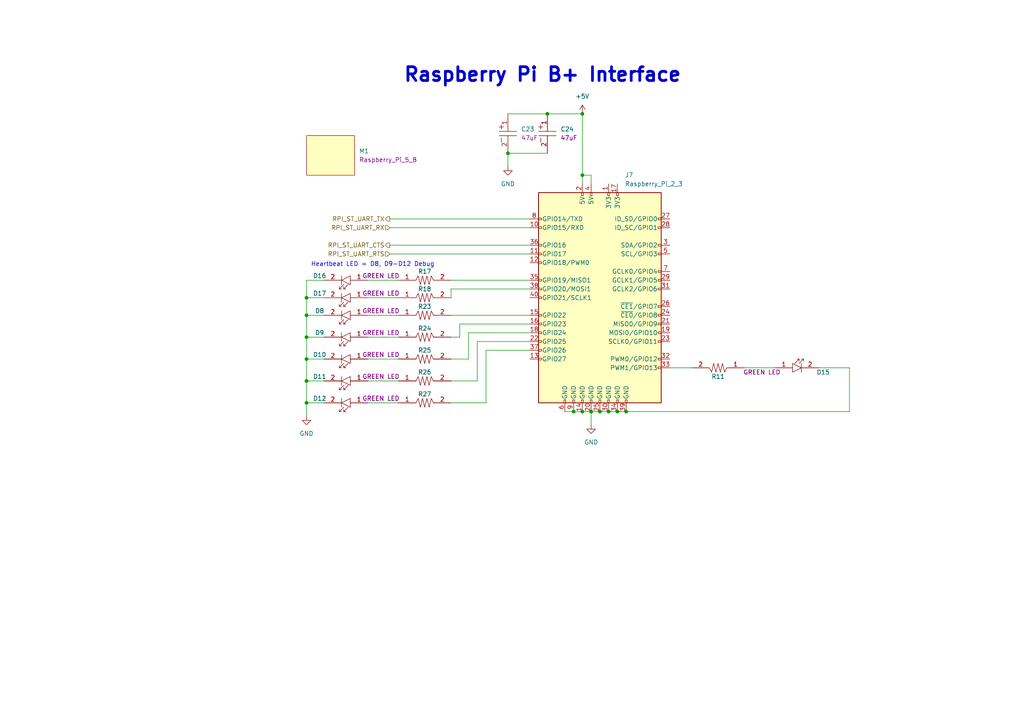
<source format=kicad_sch>
(kicad_sch (version 20231120) (generator "eeschema") (generator_version "8.0")
  (paper "A4")
  (lib_symbols
    (symbol "AVR-KiCAD-Lib-Capacitors:UCM1C470MCL1GS" (pin_names (offset 1.016))
      (property "Reference" "C" (at -2.54 2.54 0))
      (property "_Value_" "47uF" (at 58.42 63.5 0))
      (symbol "UCM1C470MCL1GS_0_1"
        (polyline (pts (xy -1.27 -1.27) (xy -1.27 -2.54)))
        (polyline (pts (xy -0.635 -1.905) (xy -1.905 -1.905)))
        (polyline (pts (xy 1.905 -1.905) (xy 3.175 -1.905)))
      )
      (symbol "UCM1C470MCL1GS_1_1"
        (polyline (pts (xy 0 2.54) (xy 0 -2.54)))
        (polyline (pts (xy 1.27 2.54) (xy 1.27 -2.54)))
        (pin input line (at -5.08 0 0) (length 5.08) (name "~") (number "1"))
        (pin input line (at 6.35 0 180) (length 5.08) (name "~") (number "2"))
      )
    )
    (symbol "AVR-KiCAD-Lib-Diodes:LTST-C194KGKT" (pin_names (offset 1.016))
      (property "Reference" "D" (at -2.54 2.54 0))
      (property "_Value_" "GREEN LED" (at 58.42 63.5 0))
      (symbol "LTST-C194KGKT_0_1"
        (polyline (pts (xy -0.635 1.27) (xy 0.635 2.54)))
        (polyline (pts (xy 0.635 2.54) (xy 0 2.54)))
        (polyline (pts (xy 0.635 2.54) (xy 0.635 1.905)))
        (polyline (pts (xy 1.27 -1.27) (xy 1.27 1.27)))
        (polyline (pts (xy 1.905 2.54) (xy 1.905 1.905)))
        (polyline (pts (xy 0.635 1.27) (xy 1.905 2.54) (xy 1.27 2.54)))
        (polyline (pts (xy -1.27 1.27) (xy -1.27 -1.27) (xy 1.27 0) (xy -1.27 1.27)))
      )
      (symbol "LTST-C194KGKT_1_1"
        (pin passive line (at -6.35 0 0) (length 5.08) (name "~") (number "1"))
        (pin passive line (at 6.35 0 180) (length 5.08) (name "~") (number "2"))
      )
    )
    (symbol "AVR-KiCAD-Lib-Modules:Raspberry_Pi_5_B" (pin_names (offset 1.016))
      (property "Reference" "M" (at -2.54 2.54 0))
      (property "_Value_" "Raspberry_Pi_5_B" (at 58.42 63.5 0))
      (symbol "Raspberry_Pi_5_B_1_1"
        (rectangle (start 0 0) (end 13.97 -11.43) (fill (type background)))
      )
    )
    (symbol "AVR-KiCAD-Lib-Resistors:RC0603FR-07470RL" (pin_names (offset 1.016))
      (property "Reference" "R" (at -2.54 2.54 0))
      (property "Value" "RC0603FR-07470RL" (at 1.27 5.08 0))
      (symbol "RC0603FR-07470RL_1_1"
        (polyline (pts (xy -2.54 0) (xy -1.905 1.27) (xy -1.27 -1.27) (xy -0.635 1.27) (xy 0 -1.27) (xy 0.635 1.27) (xy 1.27 -1.27) (xy 1.905 1.27) (xy 2.54 0)))
        (pin passive line (at -7.62 0 0) (length 5.08) (name "~") (number "1"))
        (pin passive line (at 7.62 0 180) (length 5.08) (name "~") (number "2"))
      )
    )
    (symbol "Connector:Raspberry_Pi_2_3" (pin_names (offset 1.016))
      (property "Reference" "J" (at -17.78 31.75 0))
      (property "Value" "Raspberry_Pi_2_3" (at 10.16 -31.75 0))
      (symbol "Raspberry_Pi_2_3_0_1"
        (rectangle (start -17.78 30.48) (end 17.78 -30.48) (stroke (width 0.254)) (fill (type background)))
      )
      (symbol "Raspberry_Pi_2_3_1_1"
        (rectangle (start -16.891 -17.526) (end -17.78 -18.034))
        (rectangle (start -16.891 -14.986) (end -17.78 -15.494))
        (rectangle (start -16.891 -12.446) (end -17.78 -12.954))
        (rectangle (start -16.891 -9.906) (end -17.78 -10.414))
        (rectangle (start -16.891 -7.366) (end -17.78 -7.874))
        (rectangle (start -16.891 -4.826) (end -17.78 -5.334))
        (rectangle (start -16.891 0.254) (end -17.78 -0.254))
        (rectangle (start -16.891 2.794) (end -17.78 2.286))
        (rectangle (start -16.891 5.334) (end -17.78 4.826))
        (rectangle (start -16.891 10.414) (end -17.78 9.906))
        (rectangle (start -16.891 12.954) (end -17.78 12.446))
        (rectangle (start -16.891 15.494) (end -17.78 14.986))
        (rectangle (start -16.891 20.574) (end -17.78 20.066))
        (rectangle (start -16.891 23.114) (end -17.78 22.606))
        (rectangle (start -10.414 -29.591) (end -9.906 -30.48))
        (rectangle (start -7.874 -29.591) (end -7.366 -30.48))
        (rectangle (start -5.334 -29.591) (end -4.826 -30.48))
        (rectangle (start -5.334 30.48) (end -4.826 29.591))
        (rectangle (start -2.794 -29.591) (end -2.286 -30.48))
        (rectangle (start -2.794 30.48) (end -2.286 29.591))
        (rectangle (start -0.254 -29.591) (end 0.254 -30.48))
        (rectangle (start 2.286 -29.591) (end 2.794 -30.48))
        (rectangle (start 2.286 30.48) (end 2.794 29.591))
        (rectangle (start 4.826 -29.591) (end 5.334 -30.48))
        (rectangle (start 4.826 30.48) (end 5.334 29.591))
        (rectangle (start 7.366 -29.591) (end 7.874 -30.48))
        (rectangle (start 17.78 -20.066) (end 16.891 -20.574))
        (rectangle (start 17.78 -17.526) (end 16.891 -18.034))
        (rectangle (start 17.78 -12.446) (end 16.891 -12.954))
        (rectangle (start 17.78 -9.906) (end 16.891 -10.414))
        (rectangle (start 17.78 -7.366) (end 16.891 -7.874))
        (rectangle (start 17.78 -4.826) (end 16.891 -5.334))
        (rectangle (start 17.78 -2.286) (end 16.891 -2.794))
        (rectangle (start 17.78 2.794) (end 16.891 2.286))
        (rectangle (start 17.78 5.334) (end 16.891 4.826))
        (rectangle (start 17.78 7.874) (end 16.891 7.366))
        (rectangle (start 17.78 12.954) (end 16.891 12.446))
        (rectangle (start 17.78 15.494) (end 16.891 14.986))
        (rectangle (start 17.78 20.574) (end 16.891 20.066))
        (rectangle (start 17.78 23.114) (end 16.891 22.606))
        (pin power_in line (at 2.54 33.02 270) (length 2.54) (name "3V3") (number "1"))
        (pin bidirectional line (at -20.32 20.32 0) (length 2.54) (name "GPIO15/RXD") (number "10"))
        (pin bidirectional line (at -20.32 12.7 0) (length 2.54) (name "GPIO17") (number "11"))
        (pin bidirectional line (at -20.32 10.16 0) (length 2.54) (name "GPIO18/PWM0") (number "12"))
        (pin bidirectional line (at -20.32 -17.78 0) (length 2.54) (name "GPIO27") (number "13"))
        (pin power_in line (at -5.08 -33.02 90) (length 2.54) (name "GND") (number "14"))
        (pin bidirectional line (at -20.32 -5.08 0) (length 2.54) (name "GPIO22") (number "15"))
        (pin bidirectional line (at -20.32 -7.62 0) (length 2.54) (name "GPIO23") (number "16"))
        (pin power_in line (at 5.08 33.02 270) (length 2.54) (name "3V3") (number "17"))
        (pin bidirectional line (at -20.32 -10.16 0) (length 2.54) (name "GPIO24") (number "18"))
        (pin bidirectional line (at 20.32 -10.16 180) (length 2.54) (name "MOSI0/GPIO10") (number "19"))
        (pin power_in line (at -5.08 33.02 270) (length 2.54) (name "5V") (number "2"))
        (pin power_in line (at -2.54 -33.02 90) (length 2.54) (name "GND") (number "20"))
        (pin bidirectional line (at 20.32 -7.62 180) (length 2.54) (name "MISO0/GPIO9") (number "21"))
        (pin bidirectional line (at -20.32 -12.7 0) (length 2.54) (name "GPIO25") (number "22"))
        (pin bidirectional line (at 20.32 -12.7 180) (length 2.54) (name "SCLK0/GPIO11") (number "23"))
        (pin bidirectional line (at 20.32 -5.08 180) (length 2.54) (name "~{CE0}/GPIO8") (number "24"))
        (pin power_in line (at 0 -33.02 90) (length 2.54) (name "GND") (number "25"))
        (pin bidirectional line (at 20.32 -2.54 180) (length 2.54) (name "~{CE1}/GPIO7") (number "26"))
        (pin bidirectional line (at 20.32 22.86 180) (length 2.54) (name "ID_SD/GPIO0") (number "27"))
        (pin bidirectional line (at 20.32 20.32 180) (length 2.54) (name "ID_SC/GPIO1") (number "28"))
        (pin bidirectional line (at 20.32 5.08 180) (length 2.54) (name "GCLK1/GPIO5") (number "29"))
        (pin bidirectional line (at 20.32 15.24 180) (length 2.54) (name "SDA/GPIO2") (number "3"))
        (pin power_in line (at 2.54 -33.02 90) (length 2.54) (name "GND") (number "30"))
        (pin bidirectional line (at 20.32 2.54 180) (length 2.54) (name "GCLK2/GPIO6") (number "31"))
        (pin bidirectional line (at 20.32 -17.78 180) (length 2.54) (name "PWM0/GPIO12") (number "32"))
        (pin bidirectional line (at 20.32 -20.32 180) (length 2.54) (name "PWM1/GPIO13") (number "33"))
        (pin power_in line (at 5.08 -33.02 90) (length 2.54) (name "GND") (number "34"))
        (pin bidirectional line (at -20.32 5.08 0) (length 2.54) (name "GPIO19/MISO1") (number "35"))
        (pin bidirectional line (at -20.32 15.24 0) (length 2.54) (name "GPIO16") (number "36"))
        (pin bidirectional line (at -20.32 -15.24 0) (length 2.54) (name "GPIO26") (number "37"))
        (pin bidirectional line (at -20.32 2.54 0) (length 2.54) (name "GPIO20/MOSI1") (number "38"))
        (pin power_in line (at 7.62 -33.02 90) (length 2.54) (name "GND") (number "39"))
        (pin power_in line (at -2.54 33.02 270) (length 2.54) (name "5V") (number "4"))
        (pin bidirectional line (at -20.32 0 0) (length 2.54) (name "GPIO21/SCLK1") (number "40"))
        (pin bidirectional line (at 20.32 12.7 180) (length 2.54) (name "SCL/GPIO3") (number "5"))
        (pin power_in line (at -10.16 -33.02 90) (length 2.54) (name "GND") (number "6"))
        (pin bidirectional line (at 20.32 7.62 180) (length 2.54) (name "GCLK0/GPIO4") (number "7"))
        (pin bidirectional line (at -20.32 22.86 0) (length 2.54) (name "GPIO14/TXD") (number "8"))
        (pin power_in line (at -7.62 -33.02 90) (length 2.54) (name "GND") (number "9"))
      )
    )
    (symbol "power:+5V" (power) (pin_names (offset 0))
      (property "Value" "+5V" (at 0 3.556 0))
      (symbol "+5V_0_1"
        (polyline (pts (xy -0.762 1.27) (xy 0 2.54)))
        (polyline (pts (xy 0 0) (xy 0 2.54)))
        (polyline (pts (xy 0 2.54) (xy 0.762 1.27)))
      )
      (symbol "+5V_1_1"
        (pin power_in line (at 0 0 90) (length 0) hide (name "+5V") (number "1"))
      )
    )
    (symbol "power:GND" (power) (pin_names (offset 0))
      (property "Value" "GND" (at 0 -3.81 0))
      (symbol "GND_0_1"
        (polyline (pts (xy 0 0) (xy 0 -1.27) (xy 1.27 -1.27) (xy 0 -2.54) (xy -1.27 -1.27) (xy 0 -1.27)))
      )
      (symbol "GND_1_1"
        (pin power_in line (at 0 0 270) (length 0) hide (name "GND") (number "1"))
      )
    )
  )
  (junction (at 179.07 119.38))
  (junction (at 88.9 110.49))
  (junction (at 168.91 50.8))
  (junction (at 147.32 44.45))
  (junction (at 88.9 91.44))
  (junction (at 88.9 116.84))
  (junction (at 88.9 97.79))
  (junction (at 176.53 119.38))
  (junction (at 158.75 33.02))
  (junction (at 88.9 104.14))
  (junction (at 168.91 33.02))
  (junction (at 168.91 119.38))
  (junction (at 171.45 119.38))
  (junction (at 173.99 119.38))
  (junction (at 166.37 119.38))
  (junction (at 181.61 119.38))
  (junction (at 88.9 86.36))
  (wire (pts (xy 237.49 106.68) (xy 246.38 106.68)))
  (wire (pts (xy 168.91 50.8) (xy 171.45 50.8)))
  (wire (pts (xy 113.03 71.12) (xy 153.67 71.12)))
  (wire (pts (xy 106.68 110.49) (xy 115.57 110.49)))
  (wire (pts (xy 88.9 86.36) (xy 88.9 91.44)))
  (wire (pts (xy 88.9 97.79) (xy 88.9 104.14)))
  (wire (pts (xy 215.9 106.68) (xy 224.79 106.68)))
  (wire (pts (xy 106.68 104.14) (xy 115.57 104.14)))
  (wire (pts (xy 194.31 106.68) (xy 200.66 106.68)))
  (wire (pts (xy 246.38 106.68) (xy 246.38 119.38)))
  (wire (pts (xy 130.81 81.28) (xy 153.67 81.28)))
  (wire (pts (xy 106.68 81.28) (xy 115.57 81.28)))
  (wire (pts (xy 140.97 101.6) (xy 153.67 101.6)))
  (wire (pts (xy 130.81 104.14) (xy 135.89 104.14)))
  (wire (pts (xy 106.68 116.84) (xy 115.57 116.84)))
  (wire (pts (xy 147.32 44.45) (xy 158.75 44.45)))
  (wire (pts (xy 147.32 33.02) (xy 158.75 33.02)))
  (wire (pts (xy 171.45 119.38) (xy 171.45 123.19)))
  (wire (pts (xy 106.68 91.44) (xy 115.57 91.44)))
  (wire (pts (xy 168.91 50.8) (xy 168.91 53.34)))
  (wire (pts (xy 140.97 116.84) (xy 140.97 101.6)))
  (wire (pts (xy 88.9 81.28) (xy 88.9 86.36)))
  (wire (pts (xy 138.43 110.49) (xy 138.43 99.06)))
  (wire (pts (xy 88.9 104.14) (xy 93.98 104.14)))
  (wire (pts (xy 88.9 116.84) (xy 93.98 116.84)))
  (wire (pts (xy 88.9 120.65) (xy 88.9 116.84)))
  (wire (pts (xy 153.67 93.98) (xy 133.35 93.98)))
  (wire (pts (xy 113.03 63.5) (xy 153.67 63.5)))
  (wire (pts (xy 163.83 119.38) (xy 166.37 119.38)))
  (wire (pts (xy 130.81 110.49) (xy 138.43 110.49)))
  (wire (pts (xy 113.03 66.04) (xy 153.67 66.04)))
  (wire (pts (xy 106.68 97.79) (xy 115.57 97.79)))
  (wire (pts (xy 135.89 104.14) (xy 135.89 96.52)))
  (wire (pts (xy 171.45 53.34) (xy 171.45 50.8)))
  (wire (pts (xy 113.03 73.66) (xy 153.67 73.66)))
  (wire (pts (xy 173.99 119.38) (xy 176.53 119.38)))
  (wire (pts (xy 88.9 104.14) (xy 88.9 110.49)))
  (wire (pts (xy 93.98 81.28) (xy 88.9 81.28)))
  (wire (pts (xy 88.9 91.44) (xy 88.9 97.79)))
  (wire (pts (xy 176.53 119.38) (xy 179.07 119.38)))
  (wire (pts (xy 130.81 91.44) (xy 153.67 91.44)))
  (wire (pts (xy 147.32 44.45) (xy 147.32 48.26)))
  (wire (pts (xy 135.89 96.52) (xy 153.67 96.52)))
  (wire (pts (xy 158.75 33.02) (xy 168.91 33.02)))
  (wire (pts (xy 93.98 91.44) (xy 88.9 91.44)))
  (wire (pts (xy 133.35 93.98) (xy 133.35 97.79)))
  (wire (pts (xy 246.38 119.38) (xy 181.61 119.38)))
  (wire (pts (xy 88.9 97.79) (xy 93.98 97.79)))
  (wire (pts (xy 168.91 33.02) (xy 168.91 50.8)))
  (wire (pts (xy 88.9 116.84) (xy 88.9 110.49)))
  (wire (pts (xy 168.91 119.38) (xy 171.45 119.38)))
  (wire (pts (xy 166.37 119.38) (xy 168.91 119.38)))
  (wire (pts (xy 130.81 116.84) (xy 140.97 116.84)))
  (wire (pts (xy 130.81 83.82) (xy 130.81 86.36)))
  (wire (pts (xy 133.35 97.79) (xy 130.81 97.79)))
  (wire (pts (xy 171.45 119.38) (xy 173.99 119.38)))
  (wire (pts (xy 93.98 86.36) (xy 88.9 86.36)))
  (wire (pts (xy 153.67 83.82) (xy 130.81 83.82)))
  (wire (pts (xy 106.68 86.36) (xy 115.57 86.36)))
  (wire (pts (xy 88.9 110.49) (xy 93.98 110.49)))
  (wire (pts (xy 179.07 119.38) (xy 181.61 119.38)))
  (wire (pts (xy 138.43 99.06) (xy 153.67 99.06)))
  (text "Raspberry Pi B+ Interface" (at 116.84 24.13 0) (effects (font (size 4 4) (thickness 0.8) (bold yes)) (justify left bottom)))
  (text "Heartbeat LED = D8, D9-D12 Debug" (at 90.17 77.47 0) (effects (font (size 1.27 1.27)) (justify left bottom)))
  (hierarchical_label "RPI_ST_UART_RX" (shape input) (at 113.03 66.04 180))
  (hierarchical_label "RPI_ST_UART_CTS" (shape output) (at 113.03 71.12 180))
  (hierarchical_label "RPI_ST_UART_RTS" (shape input) (at 113.03 73.66 180))
  (hierarchical_label "RPI_ST_UART_TX" (shape output) (at 113.03 63.5 180))
  (symbol (lib_id "AVR-KiCAD-Lib-Resistors:RC0603FR-07470RL") (at 123.19 116.84 0) (unit 1)
    (property "Reference" "R27" (at 123.19 114.3 0))
    (property "Value" "RC0603FR-07470RL" (effects (hide yes)))
    (property "Footprint" "AVR-KiCAD-Lib-Resistors:R0603" (effects (hide yes)))
    (property "Description" "RES SMD 470 OHM 1% 1/10W 0603" (effects (hide yes)))
    (property "Cost QTY: 1" "0.100" (effects (hide yes)))
    (property "Cost QTY: 1000" "0.00476" (effects (hide yes)))
    (property "Cost QTY: 2500" "0.00418" (effects (hide yes)))
    (property "Cost QTY: 5000" "*" (effects (hide yes)))
    (property "Cost QTY: 10000" "*" (effects (hide yes)))
    (property "MFR" "Yageo" (effects (hide yes)))
    (property "MFR#" "RC0603FR-07470RL" (effects (hide yes)))
    (property "Vendor" "Digikey" (effects (hide yes)))
    (property "Vendor #" "311-470HRCT-ND" (effects (hide yes)))
    (property "Designer" "AVR" (effects (hide yes)))
    (property "Height" "0.55mm" (effects (hide yes)))
    (property "Date Created" "4/23/2019" (effects (hide yes)))
    (property "Date Modified" "4/23/2019" (effects (hide yes)))
    (property "Lead-Free ?" "Yes" (effects (hide yes)))
    (property "RoHS Levels" "1" (effects (hide yes)))
    (property "Mounting" "SMT" (effects (hide yes)))
    (property "Pin Count #" "2" (effects (hide yes)))
    (property "Status" "Active" (effects (hide yes)))
    (property "Tolerance" "1%" (effects (hide yes)))
    (property "Type" "SMT Chip Resistor" (effects (hide yes)))
    (property "Voltage" "*" (effects (hide yes)))
    (property "Package" "0603" (effects (hide yes)))
    (property "_Value_" "470r" (effects (hide yes)))
    (property "Management_ID" "*" (effects (hide yes)))
  )
  (symbol (lib_id "AVR-KiCAD-Lib-Diodes:LTST-C194KGKT") (at 100.33 91.44 180) (unit 1)
    (property "Reference" "D8" (at 92.71 90.17 0))
    (property "Value" "LTST-C194KGKT" (effects (hide yes)))
    (property "Footprint" "AVR-KiCAD-Lib-Diodes:LED0603" (effects (hide yes)))
    (property "Datasheet" "https://optoelectronics.liteon.com/upload/download/DS22-2010-0197/LTST-C194KGKT.PDF" (effects (hide yes)))
    (property "Description" "Green 572nm LED Indication - Discrete 2.1V 0603 (1608 Metric)" (effects (hide yes)))
    (property "Cost QTY: 1" "0.39000" (effects (hide yes)))
    (property "Cost QTY: 1000" "0.07027" (effects (hide yes)))
    (property "Cost QTY: 2500" "0.06877" (effects (hide yes)))
    (property "Cost QTY: 5000" "0.05980" (effects (hide yes)))
    (property "Cost QTY: 10000" "0.05382" (effects (hide yes)))
    (property "MFR" "Lite-On Inc." (effects (hide yes)))
    (property "MFR#" "LTST-C194KGKT" (effects (hide yes)))
    (property "Vendor" "Digikey" (effects (hide yes)))
    (property "Vendor #" "160-1834-2-ND" (effects (hide yes)))
    (property "Designer" "AVR" (effects (hide yes)))
    (property "Height" "0.45mm" (effects (hide yes)))
    (property "Date Created" "5/31/2020" (effects (hide yes)))
    (property "Date Modified" "5/31/2020" (effects (hide yes)))
    (property "Lead-Free ?" "Yes" (effects (hide yes)))
    (property "RoHS Levels" "1" (effects (hide yes)))
    (property "Mounting" "SMT" (effects (hide yes)))
    (property "Pin Count #" "2" (effects (hide yes)))
    (property "Status" "Active" (effects (hide yes)))
    (property "Tolerance" "*" (effects (hide yes)))
    (property "Type" "LED GREEN CLEAR SMD" (effects (hide yes)))
    (property "Voltage" "2.1V" (effects (hide yes)))
    (property "Package" "0603" (effects (hide yes)))
    (property "_Value_" "GREEN LED" (at 110.49 90.17 0))
    (property "Management_ID" "*" (effects (hide yes)))
  )
  (symbol (lib_id "AVR-KiCAD-Lib-Resistors:RC0603FR-07470RL") (at 123.19 110.49 0) (unit 1)
    (property "Reference" "R26" (at 123.19 107.95 0))
    (property "Value" "RC0603FR-07470RL" (effects (hide yes)))
    (property "Footprint" "AVR-KiCAD-Lib-Resistors:R0603" (effects (hide yes)))
    (property "Description" "RES SMD 470 OHM 1% 1/10W 0603" (effects (hide yes)))
    (property "Cost QTY: 1" "0.100" (effects (hide yes)))
    (property "Cost QTY: 1000" "0.00476" (effects (hide yes)))
    (property "Cost QTY: 2500" "0.00418" (effects (hide yes)))
    (property "Cost QTY: 5000" "*" (effects (hide yes)))
    (property "Cost QTY: 10000" "*" (effects (hide yes)))
    (property "MFR" "Yageo" (effects (hide yes)))
    (property "MFR#" "RC0603FR-07470RL" (effects (hide yes)))
    (property "Vendor" "Digikey" (effects (hide yes)))
    (property "Vendor #" "311-470HRCT-ND" (effects (hide yes)))
    (property "Designer" "AVR" (effects (hide yes)))
    (property "Height" "0.55mm" (effects (hide yes)))
    (property "Date Created" "4/23/2019" (effects (hide yes)))
    (property "Date Modified" "4/23/2019" (effects (hide yes)))
    (property "Lead-Free ?" "Yes" (effects (hide yes)))
    (property "RoHS Levels" "1" (effects (hide yes)))
    (property "Mounting" "SMT" (effects (hide yes)))
    (property "Pin Count #" "2" (effects (hide yes)))
    (property "Status" "Active" (effects (hide yes)))
    (property "Tolerance" "1%" (effects (hide yes)))
    (property "Type" "SMT Chip Resistor" (effects (hide yes)))
    (property "Voltage" "*" (effects (hide yes)))
    (property "Package" "0603" (effects (hide yes)))
    (property "_Value_" "470r" (effects (hide yes)))
    (property "Management_ID" "*" (effects (hide yes)))
  )
  (symbol (lib_id "AVR-KiCAD-Lib-Diodes:LTST-C194KGKT") (at 100.33 97.79 180) (unit 1)
    (property "Reference" "D9" (at 92.71 96.52 0))
    (property "Value" "LTST-C194KGKT" (effects (hide yes)))
    (property "Footprint" "AVR-KiCAD-Lib-Diodes:LED0603" (effects (hide yes)))
    (property "Datasheet" "https://optoelectronics.liteon.com/upload/download/DS22-2010-0197/LTST-C194KGKT.PDF" (effects (hide yes)))
    (property "Description" "Green 572nm LED Indication - Discrete 2.1V 0603 (1608 Metric)" (effects (hide yes)))
    (property "Cost QTY: 1" "0.39000" (effects (hide yes)))
    (property "Cost QTY: 1000" "0.07027" (effects (hide yes)))
    (property "Cost QTY: 2500" "0.06877" (effects (hide yes)))
    (property "Cost QTY: 5000" "0.05980" (effects (hide yes)))
    (property "Cost QTY: 10000" "0.05382" (effects (hide yes)))
    (property "MFR" "Lite-On Inc." (effects (hide yes)))
    (property "MFR#" "LTST-C194KGKT" (effects (hide yes)))
    (property "Vendor" "Digikey" (effects (hide yes)))
    (property "Vendor #" "160-1834-2-ND" (effects (hide yes)))
    (property "Designer" "AVR" (effects (hide yes)))
    (property "Height" "0.45mm" (effects (hide yes)))
    (property "Date Created" "5/31/2020" (effects (hide yes)))
    (property "Date Modified" "5/31/2020" (effects (hide yes)))
    (property "Lead-Free ?" "Yes" (effects (hide yes)))
    (property "RoHS Levels" "1" (effects (hide yes)))
    (property "Mounting" "SMT" (effects (hide yes)))
    (property "Pin Count #" "2" (effects (hide yes)))
    (property "Status" "Active" (effects (hide yes)))
    (property "Tolerance" "*" (effects (hide yes)))
    (property "Type" "LED GREEN CLEAR SMD" (effects (hide yes)))
    (property "Voltage" "2.1V" (effects (hide yes)))
    (property "Package" "0603" (effects (hide yes)))
    (property "_Value_" "GREEN LED" (at 110.49 96.52 0))
    (property "Management_ID" "*" (effects (hide yes)))
  )
  (symbol (lib_id "AVR-KiCAD-Lib-Resistors:RC0603FR-07470RL") (at 123.19 81.28 0) (unit 1)
    (property "Reference" "R17" (at 123.19 78.74 0))
    (property "Value" "RC0603FR-07470RL" (effects (hide yes)))
    (property "Footprint" "AVR-KiCAD-Lib-Resistors:R0603" (effects (hide yes)))
    (property "Description" "RES SMD 470 OHM 1% 1/10W 0603" (effects (hide yes)))
    (property "Cost QTY: 1" "0.100" (effects (hide yes)))
    (property "Cost QTY: 1000" "0.00476" (effects (hide yes)))
    (property "Cost QTY: 2500" "0.00418" (effects (hide yes)))
    (property "Cost QTY: 5000" "*" (effects (hide yes)))
    (property "Cost QTY: 10000" "*" (effects (hide yes)))
    (property "MFR" "Yageo" (effects (hide yes)))
    (property "MFR#" "RC0603FR-07470RL" (effects (hide yes)))
    (property "Vendor" "Digikey" (effects (hide yes)))
    (property "Vendor #" "311-470HRCT-ND" (effects (hide yes)))
    (property "Designer" "AVR" (effects (hide yes)))
    (property "Height" "0.55mm" (effects (hide yes)))
    (property "Date Created" "4/23/2019" (effects (hide yes)))
    (property "Date Modified" "4/23/2019" (effects (hide yes)))
    (property "Lead-Free ?" "Yes" (effects (hide yes)))
    (property "RoHS Levels" "1" (effects (hide yes)))
    (property "Mounting" "SMT" (effects (hide yes)))
    (property "Pin Count #" "2" (effects (hide yes)))
    (property "Status" "Active" (effects (hide yes)))
    (property "Tolerance" "1%" (effects (hide yes)))
    (property "Type" "SMT Chip Resistor" (effects (hide yes)))
    (property "Voltage" "*" (effects (hide yes)))
    (property "Package" "0603" (effects (hide yes)))
    (property "_Value_" "470r" (effects (hide yes)))
    (property "Management_ID" "*" (effects (hide yes)))
  )
  (symbol (lib_id "AVR-KiCAD-Lib-Diodes:LTST-C194KGKT") (at 100.33 110.49 180) (unit 1)
    (property "Reference" "D11" (at 92.71 109.22 0))
    (property "Value" "LTST-C194KGKT" (effects (hide yes)))
    (property "Footprint" "AVR-KiCAD-Lib-Diodes:LED0603" (effects (hide yes)))
    (property "Datasheet" "https://optoelectronics.liteon.com/upload/download/DS22-2010-0197/LTST-C194KGKT.PDF" (effects (hide yes)))
    (property "Description" "Green 572nm LED Indication - Discrete 2.1V 0603 (1608 Metric)" (effects (hide yes)))
    (property "Cost QTY: 1" "0.39000" (effects (hide yes)))
    (property "Cost QTY: 1000" "0.07027" (effects (hide yes)))
    (property "Cost QTY: 2500" "0.06877" (effects (hide yes)))
    (property "Cost QTY: 5000" "0.05980" (effects (hide yes)))
    (property "Cost QTY: 10000" "0.05382" (effects (hide yes)))
    (property "MFR" "Lite-On Inc." (effects (hide yes)))
    (property "MFR#" "LTST-C194KGKT" (effects (hide yes)))
    (property "Vendor" "Digikey" (effects (hide yes)))
    (property "Vendor #" "160-1834-2-ND" (effects (hide yes)))
    (property "Designer" "AVR" (effects (hide yes)))
    (property "Height" "0.45mm" (effects (hide yes)))
    (property "Date Created" "5/31/2020" (effects (hide yes)))
    (property "Date Modified" "5/31/2020" (effects (hide yes)))
    (property "Lead-Free ?" "Yes" (effects (hide yes)))
    (property "RoHS Levels" "1" (effects (hide yes)))
    (property "Mounting" "SMT" (effects (hide yes)))
    (property "Pin Count #" "2" (effects (hide yes)))
    (property "Status" "Active" (effects (hide yes)))
    (property "Tolerance" "*" (effects (hide yes)))
    (property "Type" "LED GREEN CLEAR SMD" (effects (hide yes)))
    (property "Voltage" "2.1V" (effects (hide yes)))
    (property "Package" "0603" (effects (hide yes)))
    (property "_Value_" "GREEN LED" (at 110.49 109.22 0))
    (property "Management_ID" "*" (effects (hide yes)))
  )
  (symbol (lib_id "AVR-KiCAD-Lib-Diodes:LTST-C194KGKT") (at 100.33 86.36 180) (unit 1)
    (property "Reference" "D17" (at 92.71 85.09 0))
    (property "Value" "LTST-C194KGKT" (effects (hide yes)))
    (property "Footprint" "AVR-KiCAD-Lib-Diodes:LED0603" (effects (hide yes)))
    (property "Datasheet" "https://optoelectronics.liteon.com/upload/download/DS22-2010-0197/LTST-C194KGKT.PDF" (effects (hide yes)))
    (property "Description" "Green 572nm LED Indication - Discrete 2.1V 0603 (1608 Metric)" (effects (hide yes)))
    (property "Cost QTY: 1" "0.39000" (effects (hide yes)))
    (property "Cost QTY: 1000" "0.07027" (effects (hide yes)))
    (property "Cost QTY: 2500" "0.06877" (effects (hide yes)))
    (property "Cost QTY: 5000" "0.05980" (effects (hide yes)))
    (property "Cost QTY: 10000" "0.05382" (effects (hide yes)))
    (property "MFR" "Lite-On Inc." (effects (hide yes)))
    (property "MFR#" "LTST-C194KGKT" (effects (hide yes)))
    (property "Vendor" "Digikey" (effects (hide yes)))
    (property "Vendor #" "160-1834-2-ND" (effects (hide yes)))
    (property "Designer" "AVR" (effects (hide yes)))
    (property "Height" "0.45mm" (effects (hide yes)))
    (property "Date Created" "5/31/2020" (effects (hide yes)))
    (property "Date Modified" "5/31/2020" (effects (hide yes)))
    (property "Lead-Free ?" "Yes" (effects (hide yes)))
    (property "RoHS Levels" "1" (effects (hide yes)))
    (property "Mounting" "SMT" (effects (hide yes)))
    (property "Pin Count #" "2" (effects (hide yes)))
    (property "Status" "Active" (effects (hide yes)))
    (property "Tolerance" "*" (effects (hide yes)))
    (property "Type" "LED GREEN CLEAR SMD" (effects (hide yes)))
    (property "Voltage" "2.1V" (effects (hide yes)))
    (property "Package" "0603" (effects (hide yes)))
    (property "_Value_" "GREEN LED" (at 110.49 85.09 0))
    (property "Management_ID" "*" (effects (hide yes)))
  )
  (symbol (lib_id "AVR-KiCAD-Lib-Resistors:RC0603FR-07470RL") (at 208.28 106.68 180) (unit 1)
    (property "Reference" "R11" (at 208.28 109.22 0))
    (property "Value" "RC0603FR-07470RL" (effects (hide yes)))
    (property "Footprint" "AVR-KiCAD-Lib-Resistors:R0603" (effects (hide yes)))
    (property "Description" "RES SMD 470 OHM 1% 1/10W 0603" (effects (hide yes)))
    (property "Cost QTY: 1" "0.100" (effects (hide yes)))
    (property "Cost QTY: 1000" "0.00476" (effects (hide yes)))
    (property "Cost QTY: 2500" "0.00418" (effects (hide yes)))
    (property "Cost QTY: 5000" "*" (effects (hide yes)))
    (property "Cost QTY: 10000" "*" (effects (hide yes)))
    (property "MFR" "Yageo" (effects (hide yes)))
    (property "MFR#" "RC0603FR-07470RL" (effects (hide yes)))
    (property "Vendor" "Digikey" (effects (hide yes)))
    (property "Vendor #" "311-470HRCT-ND" (effects (hide yes)))
    (property "Designer" "AVR" (effects (hide yes)))
    (property "Height" "0.55mm" (effects (hide yes)))
    (property "Date Created" "4/23/2019" (effects (hide yes)))
    (property "Date Modified" "4/23/2019" (effects (hide yes)))
    (property "Lead-Free ?" "Yes" (effects (hide yes)))
    (property "RoHS Levels" "1" (effects (hide yes)))
    (property "Mounting" "SMT" (effects (hide yes)))
    (property "Pin Count #" "2" (effects (hide yes)))
    (property "Status" "Active" (effects (hide yes)))
    (property "Tolerance" "1%" (effects (hide yes)))
    (property "Type" "SMT Chip Resistor" (effects (hide yes)))
    (property "Voltage" "*" (effects (hide yes)))
    (property "Package" "0603" (effects (hide yes)))
    (property "_Value_" "470r" (effects (hide yes)))
    (property "Management_ID" "*" (effects (hide yes)))
  )
  (symbol (lib_id "AVR-KiCAD-Lib-Resistors:RC0603FR-07470RL") (at 123.19 104.14 0) (unit 1)
    (property "Reference" "R25" (at 123.19 101.6 0))
    (property "Value" "RC0603FR-07470RL" (effects (hide yes)))
    (property "Footprint" "AVR-KiCAD-Lib-Resistors:R0603" (effects (hide yes)))
    (property "Description" "RES SMD 470 OHM 1% 1/10W 0603" (effects (hide yes)))
    (property "Cost QTY: 1" "0.100" (effects (hide yes)))
    (property "Cost QTY: 1000" "0.00476" (effects (hide yes)))
    (property "Cost QTY: 2500" "0.00418" (effects (hide yes)))
    (property "Cost QTY: 5000" "*" (effects (hide yes)))
    (property "Cost QTY: 10000" "*" (effects (hide yes)))
    (property "MFR" "Yageo" (effects (hide yes)))
    (property "MFR#" "RC0603FR-07470RL" (effects (hide yes)))
    (property "Vendor" "Digikey" (effects (hide yes)))
    (property "Vendor #" "311-470HRCT-ND" (effects (hide yes)))
    (property "Designer" "AVR" (effects (hide yes)))
    (property "Height" "0.55mm" (effects (hide yes)))
    (property "Date Created" "4/23/2019" (effects (hide yes)))
    (property "Date Modified" "4/23/2019" (effects (hide yes)))
    (property "Lead-Free ?" "Yes" (effects (hide yes)))
    (property "RoHS Levels" "1" (effects (hide yes)))
    (property "Mounting" "SMT" (effects (hide yes)))
    (property "Pin Count #" "2" (effects (hide yes)))
    (property "Status" "Active" (effects (hide yes)))
    (property "Tolerance" "1%" (effects (hide yes)))
    (property "Type" "SMT Chip Resistor" (effects (hide yes)))
    (property "Voltage" "*" (effects (hide yes)))
    (property "Package" "0603" (effects (hide yes)))
    (property "_Value_" "470r" (effects (hide yes)))
    (property "Management_ID" "*" (effects (hide yes)))
  )
  (symbol (lib_id "AVR-KiCAD-Lib-Diodes:LTST-C194KGKT") (at 100.33 81.28 180) (unit 1)
    (property "Reference" "D16" (at 92.71 80.01 0))
    (property "Value" "LTST-C194KGKT" (effects (hide yes)))
    (property "Footprint" "AVR-KiCAD-Lib-Diodes:LED0603" (effects (hide yes)))
    (property "Datasheet" "https://optoelectronics.liteon.com/upload/download/DS22-2010-0197/LTST-C194KGKT.PDF" (effects (hide yes)))
    (property "Description" "Green 572nm LED Indication - Discrete 2.1V 0603 (1608 Metric)" (effects (hide yes)))
    (property "Cost QTY: 1" "0.39000" (effects (hide yes)))
    (property "Cost QTY: 1000" "0.07027" (effects (hide yes)))
    (property "Cost QTY: 2500" "0.06877" (effects (hide yes)))
    (property "Cost QTY: 5000" "0.05980" (effects (hide yes)))
    (property "Cost QTY: 10000" "0.05382" (effects (hide yes)))
    (property "MFR" "Lite-On Inc." (effects (hide yes)))
    (property "MFR#" "LTST-C194KGKT" (effects (hide yes)))
    (property "Vendor" "Digikey" (effects (hide yes)))
    (property "Vendor #" "160-1834-2-ND" (effects (hide yes)))
    (property "Designer" "AVR" (effects (hide yes)))
    (property "Height" "0.45mm" (effects (hide yes)))
    (property "Date Created" "5/31/2020" (effects (hide yes)))
    (property "Date Modified" "5/31/2020" (effects (hide yes)))
    (property "Lead-Free ?" "Yes" (effects (hide yes)))
    (property "RoHS Levels" "1" (effects (hide yes)))
    (property "Mounting" "SMT" (effects (hide yes)))
    (property "Pin Count #" "2" (effects (hide yes)))
    (property "Status" "Active" (effects (hide yes)))
    (property "Tolerance" "*" (effects (hide yes)))
    (property "Type" "LED GREEN CLEAR SMD" (effects (hide yes)))
    (property "Voltage" "2.1V" (effects (hide yes)))
    (property "Package" "0603" (effects (hide yes)))
    (property "_Value_" "GREEN LED" (at 110.49 80.01 0))
    (property "Management_ID" "*" (effects (hide yes)))
  )
  (symbol (lib_id "AVR-KiCAD-Lib-Modules:Raspberry_Pi_5_B") (at 88.9 39.37 0) (unit 1)
    (property "Reference" "M1" (at 104.14 43.8149 0) (effects (justify left)))
    (property "Value" "Raspberry_Pi_5_B" (effects (hide yes)))
    (property "Footprint" "AVR-KiCAD-Lib-Modules:Raspberry_Pi_5" (effects (hide yes)))
    (property "Description" "*" (effects (hide yes)))
    (property "Cost QTY: 1" "*" (effects (hide yes)))
    (property "Cost QTY: 1000" "*" (effects (hide yes)))
    (property "Cost QTY: 2500" "*" (effects (hide yes)))
    (property "Cost QTY: 5000" "*" (effects (hide yes)))
    (property "Cost QTY: 10000" "*" (effects (hide yes)))
    (property "MFR" "*" (effects (hide yes)))
    (property "MFR#" "*" (effects (hide yes)))
    (property "Vendor" "*" (effects (hide yes)))
    (property "Vendor #" "*" (effects (hide yes)))
    (property "Designer" "*" (effects (hide yes)))
    (property "Height" "*" (effects (hide yes)))
    (property "Date Created" "*" (effects (hide yes)))
    (property "Date Modified" "*" (effects (hide yes)))
    (property "Lead-Free ?" "*" (effects (hide yes)))
    (property "RoHS Levels" "*" (effects (hide yes)))
    (property "Mounting" "*" (effects (hide yes)))
    (property "Pin Count #" "*" (effects (hide yes)))
    (property "Status" "*" (effects (hide yes)))
    (property "Tolerance" "*" (effects (hide yes)))
    (property "Type" "*" (effects (hide yes)))
    (property "Voltage" "*" (effects (hide yes)))
    (property "Package" "*" (effects (hide yes)))
    (property "_Value_" "Raspberry_Pi_5_B" (at 104.14 46.3549 0) (effects (justify left)))
    (property "Management_ID" "*" (effects (hide yes)))
  )
  (symbol (lib_id "Connector:Raspberry_Pi_2_3") (at 173.99 86.36 0) (unit 1)
    (property "Reference" "J7" (at 181.2641 50.8 0) (effects (justify left)))
    (property "Value" "Raspberry_Pi_2_3" (at 181.2641 53.34 0) (effects (justify left)))
    (property "Footprint" "AVR-KiCAD-Lib-Connectors:SULLINS_PPPC202LFBN-RC_RPi5" (effects (hide yes)))
    (property "Datasheet" "https://www.raspberrypi.org/documentation/hardware/raspberrypi/schematics/rpi_SCH_3bplus_1p0_reduced.pdf" (effects (hide yes)))
  )
  (symbol (lib_id "AVR-KiCAD-Lib-Capacitors:UCM1C470MCL1GS") (at 147.32 38.1 270) (unit 1)
    (property "Reference" "C23" (at 151.13 37.465 90) (effects (justify left)))
    (property "Value" "UCM1C470MCL1GS" (effects (hide yes)))
    (property "Footprint" "AVR-KiCAD-Lib-Capacitors:UCM1C470MCL1GS" (effects (hide yes)))
    (property "Datasheet" "http://nichicon-us.com/english/products/pdfs/e-ucm.pdf" (effects (hide yes)))
    (property "Description" "47µF 16V Aluminum Electrolytic Capacitors Radial, Can - SMD  2000 Hrs @ 105°C" (effects (hide yes)))
    (property "Cost QTY: 1" "0.60000" (effects (hide yes)))
    (property "Cost QTY: 1000" "0.17512" (effects (hide yes)))
    (property "Cost QTY: 2500" "*" (effects (hide yes)))
    (property "Cost QTY: 5000" "*" (effects (hide yes)))
    (property "Cost QTY: 10000" "0.12589" (effects (hide yes)))
    (property "MFR" "Nichicon" (effects (hide yes)))
    (property "MFR#" "UCM1C470MCL1GS" (effects (hide yes)))
    (property "Vendor" "Digikey" (effects (hide yes)))
    (property "Vendor #" "493-14529-2-ND" (effects (hide yes)))
    (property "Designer" "AVR" (effects (hide yes)))
    (property "Height" "6.10mm" (effects (hide yes)))
    (property "Date Created" "6/21/2020" (effects (hide yes)))
    (property "Date Modified" "6/21/2020" (effects (hide yes)))
    (property "Lead-Free ?" "Yes" (effects (hide yes)))
    (property "RoHS Levels" "1" (effects (hide yes)))
    (property "Mounting" "SMT" (effects (hide yes)))
    (property "Pin Count #" "2" (effects (hide yes)))
    (property "Status" "Active" (effects (hide yes)))
    (property "Tolerance" "20%" (effects (hide yes)))
    (property "Type" "Capacitor" (effects (hide yes)))
    (property "Voltage" "16V" (effects (hide yes)))
    (property "Package" "Radial Can SMD" (effects (hide yes)))
    (property "_Value_" "47uF" (at 151.13 40.005 90) (effects (justify left)))
    (property "Management_ID" "*" (effects (hide yes)))
  )
  (symbol (lib_id "AVR-KiCAD-Lib-Diodes:LTST-C194KGKT") (at 100.33 104.14 180) (unit 1)
    (property "Reference" "D10" (at 92.71 102.87 0))
    (property "Value" "LTST-C194KGKT" (effects (hide yes)))
    (property "Footprint" "AVR-KiCAD-Lib-Diodes:LED0603" (effects (hide yes)))
    (property "Datasheet" "https://optoelectronics.liteon.com/upload/download/DS22-2010-0197/LTST-C194KGKT.PDF" (effects (hide yes)))
    (property "Description" "Green 572nm LED Indication - Discrete 2.1V 0603 (1608 Metric)" (effects (hide yes)))
    (property "Cost QTY: 1" "0.39000" (effects (hide yes)))
    (property "Cost QTY: 1000" "0.07027" (effects (hide yes)))
    (property "Cost QTY: 2500" "0.06877" (effects (hide yes)))
    (property "Cost QTY: 5000" "0.05980" (effects (hide yes)))
    (property "Cost QTY: 10000" "0.05382" (effects (hide yes)))
    (property "MFR" "Lite-On Inc." (effects (hide yes)))
    (property "MFR#" "LTST-C194KGKT" (effects (hide yes)))
    (property "Vendor" "Digikey" (effects (hide yes)))
    (property "Vendor #" "160-1834-2-ND" (effects (hide yes)))
    (property "Designer" "AVR" (effects (hide yes)))
    (property "Height" "0.45mm" (effects (hide yes)))
    (property "Date Created" "5/31/2020" (effects (hide yes)))
    (property "Date Modified" "5/31/2020" (effects (hide yes)))
    (property "Lead-Free ?" "Yes" (effects (hide yes)))
    (property "RoHS Levels" "1" (effects (hide yes)))
    (property "Mounting" "SMT" (effects (hide yes)))
    (property "Pin Count #" "2" (effects (hide yes)))
    (property "Status" "Active" (effects (hide yes)))
    (property "Tolerance" "*" (effects (hide yes)))
    (property "Type" "LED GREEN CLEAR SMD" (effects (hide yes)))
    (property "Voltage" "2.1V" (effects (hide yes)))
    (property "Package" "0603" (effects (hide yes)))
    (property "_Value_" "GREEN LED" (at 110.49 102.87 0))
    (property "Management_ID" "*" (effects (hide yes)))
  )
  (symbol (lib_id "power:+5V") (at 168.91 33.02 0) (unit 1)
    (property "Reference" "#PWR046" (effects (hide yes)))
    (property "Value" "+5V" (at 168.91 27.94 0))
  )
  (symbol (lib_id "AVR-KiCAD-Lib-Diodes:LTST-C194KGKT") (at 231.14 106.68 0) (unit 1)
    (property "Reference" "D15" (at 238.76 107.95 0))
    (property "Value" "LTST-C194KGKT" (effects (hide yes)))
    (property "Footprint" "AVR-KiCAD-Lib-Diodes:LED0603" (effects (hide yes)))
    (property "Datasheet" "https://optoelectronics.liteon.com/upload/download/DS22-2010-0197/LTST-C194KGKT.PDF" (effects (hide yes)))
    (property "Description" "Green 572nm LED Indication - Discrete 2.1V 0603 (1608 Metric)" (effects (hide yes)))
    (property "Cost QTY: 1" "0.39000" (effects (hide yes)))
    (property "Cost QTY: 1000" "0.07027" (effects (hide yes)))
    (property "Cost QTY: 2500" "0.06877" (effects (hide yes)))
    (property "Cost QTY: 5000" "0.05980" (effects (hide yes)))
    (property "Cost QTY: 10000" "0.05382" (effects (hide yes)))
    (property "MFR" "Lite-On Inc." (effects (hide yes)))
    (property "MFR#" "LTST-C194KGKT" (effects (hide yes)))
    (property "Vendor" "Digikey" (effects (hide yes)))
    (property "Vendor #" "160-1834-2-ND" (effects (hide yes)))
    (property "Designer" "AVR" (effects (hide yes)))
    (property "Height" "0.45mm" (effects (hide yes)))
    (property "Date Created" "5/31/2020" (effects (hide yes)))
    (property "Date Modified" "5/31/2020" (effects (hide yes)))
    (property "Lead-Free ?" "Yes" (effects (hide yes)))
    (property "RoHS Levels" "1" (effects (hide yes)))
    (property "Mounting" "SMT" (effects (hide yes)))
    (property "Pin Count #" "2" (effects (hide yes)))
    (property "Status" "Active" (effects (hide yes)))
    (property "Tolerance" "*" (effects (hide yes)))
    (property "Type" "LED GREEN CLEAR SMD" (effects (hide yes)))
    (property "Voltage" "2.1V" (effects (hide yes)))
    (property "Package" "0603" (effects (hide yes)))
    (property "_Value_" "GREEN LED" (at 220.98 107.95 0))
    (property "Management_ID" "*" (effects (hide yes)))
  )
  (symbol (lib_id "AVR-KiCAD-Lib-Resistors:RC0603FR-07470RL") (at 123.19 91.44 0) (unit 1)
    (property "Reference" "R23" (at 123.19 88.9 0))
    (property "Value" "RC0603FR-07470RL" (effects (hide yes)))
    (property "Footprint" "AVR-KiCAD-Lib-Resistors:R0603" (effects (hide yes)))
    (property "Description" "RES SMD 470 OHM 1% 1/10W 0603" (effects (hide yes)))
    (property "Cost QTY: 1" "0.100" (effects (hide yes)))
    (property "Cost QTY: 1000" "0.00476" (effects (hide yes)))
    (property "Cost QTY: 2500" "0.00418" (effects (hide yes)))
    (property "Cost QTY: 5000" "*" (effects (hide yes)))
    (property "Cost QTY: 10000" "*" (effects (hide yes)))
    (property "MFR" "Yageo" (effects (hide yes)))
    (property "MFR#" "RC0603FR-07470RL" (effects (hide yes)))
    (property "Vendor" "Digikey" (effects (hide yes)))
    (property "Vendor #" "311-470HRCT-ND" (effects (hide yes)))
    (property "Designer" "AVR" (effects (hide yes)))
    (property "Height" "0.55mm" (effects (hide yes)))
    (property "Date Created" "4/23/2019" (effects (hide yes)))
    (property "Date Modified" "4/23/2019" (effects (hide yes)))
    (property "Lead-Free ?" "Yes" (effects (hide yes)))
    (property "RoHS Levels" "1" (effects (hide yes)))
    (property "Mounting" "SMT" (effects (hide yes)))
    (property "Pin Count #" "2" (effects (hide yes)))
    (property "Status" "Active" (effects (hide yes)))
    (property "Tolerance" "1%" (effects (hide yes)))
    (property "Type" "SMT Chip Resistor" (effects (hide yes)))
    (property "Voltage" "*" (effects (hide yes)))
    (property "Package" "0603" (effects (hide yes)))
    (property "_Value_" "470r" (effects (hide yes)))
    (property "Management_ID" "*" (effects (hide yes)))
  )
  (symbol (lib_id "power:GND") (at 147.32 48.26 0) (unit 1)
    (property "Reference" "#PWR045" (effects (hide yes)))
    (property "Value" "GND" (at 147.32 53.34 0))
  )
  (symbol (lib_id "AVR-KiCAD-Lib-Diodes:LTST-C194KGKT") (at 100.33 116.84 180) (unit 1)
    (property "Reference" "D12" (at 92.71 115.57 0))
    (property "Value" "LTST-C194KGKT" (effects (hide yes)))
    (property "Footprint" "AVR-KiCAD-Lib-Diodes:LED0603" (effects (hide yes)))
    (property "Datasheet" "https://optoelectronics.liteon.com/upload/download/DS22-2010-0197/LTST-C194KGKT.PDF" (effects (hide yes)))
    (property "Description" "Green 572nm LED Indication - Discrete 2.1V 0603 (1608 Metric)" (effects (hide yes)))
    (property "Cost QTY: 1" "0.39000" (effects (hide yes)))
    (property "Cost QTY: 1000" "0.07027" (effects (hide yes)))
    (property "Cost QTY: 2500" "0.06877" (effects (hide yes)))
    (property "Cost QTY: 5000" "0.05980" (effects (hide yes)))
    (property "Cost QTY: 10000" "0.05382" (effects (hide yes)))
    (property "MFR" "Lite-On Inc." (effects (hide yes)))
    (property "MFR#" "LTST-C194KGKT" (effects (hide yes)))
    (property "Vendor" "Digikey" (effects (hide yes)))
    (property "Vendor #" "160-1834-2-ND" (effects (hide yes)))
    (property "Designer" "AVR" (effects (hide yes)))
    (property "Height" "0.45mm" (effects (hide yes)))
    (property "Date Created" "5/31/2020" (effects (hide yes)))
    (property "Date Modified" "5/31/2020" (effects (hide yes)))
    (property "Lead-Free ?" "Yes" (effects (hide yes)))
    (property "RoHS Levels" "1" (effects (hide yes)))
    (property "Mounting" "SMT" (effects (hide yes)))
    (property "Pin Count #" "2" (effects (hide yes)))
    (property "Status" "Active" (effects (hide yes)))
    (property "Tolerance" "*" (effects (hide yes)))
    (property "Type" "LED GREEN CLEAR SMD" (effects (hide yes)))
    (property "Voltage" "2.1V" (effects (hide yes)))
    (property "Package" "0603" (effects (hide yes)))
    (property "_Value_" "GREEN LED" (at 110.49 115.57 0))
    (property "Management_ID" "*" (effects (hide yes)))
  )
  (symbol (lib_id "power:GND") (at 171.45 123.19 0) (unit 1)
    (property "Reference" "#PWR047" (effects (hide yes)))
    (property "Value" "GND" (at 171.45 128.27 0))
  )
  (symbol (lib_id "AVR-KiCAD-Lib-Resistors:RC0603FR-07470RL") (at 123.19 86.36 0) (unit 1)
    (property "Reference" "R18" (at 123.19 83.82 0))
    (property "Value" "RC0603FR-07470RL" (effects (hide yes)))
    (property "Footprint" "AVR-KiCAD-Lib-Resistors:R0603" (effects (hide yes)))
    (property "Description" "RES SMD 470 OHM 1% 1/10W 0603" (effects (hide yes)))
    (property "Cost QTY: 1" "0.100" (effects (hide yes)))
    (property "Cost QTY: 1000" "0.00476" (effects (hide yes)))
    (property "Cost QTY: 2500" "0.00418" (effects (hide yes)))
    (property "Cost QTY: 5000" "*" (effects (hide yes)))
    (property "Cost QTY: 10000" "*" (effects (hide yes)))
    (property "MFR" "Yageo" (effects (hide yes)))
    (property "MFR#" "RC0603FR-07470RL" (effects (hide yes)))
    (property "Vendor" "Digikey" (effects (hide yes)))
    (property "Vendor #" "311-470HRCT-ND" (effects (hide yes)))
    (property "Designer" "AVR" (effects (hide yes)))
    (property "Height" "0.55mm" (effects (hide yes)))
    (property "Date Created" "4/23/2019" (effects (hide yes)))
    (property "Date Modified" "4/23/2019" (effects (hide yes)))
    (property "Lead-Free ?" "Yes" (effects (hide yes)))
    (property "RoHS Levels" "1" (effects (hide yes)))
    (property "Mounting" "SMT" (effects (hide yes)))
    (property "Pin Count #" "2" (effects (hide yes)))
    (property "Status" "Active" (effects (hide yes)))
    (property "Tolerance" "1%" (effects (hide yes)))
    (property "Type" "SMT Chip Resistor" (effects (hide yes)))
    (property "Voltage" "*" (effects (hide yes)))
    (property "Package" "0603" (effects (hide yes)))
    (property "_Value_" "470r" (effects (hide yes)))
    (property "Management_ID" "*" (effects (hide yes)))
  )
  (symbol (lib_id "AVR-KiCAD-Lib-Resistors:RC0603FR-07470RL") (at 123.19 97.79 0) (unit 1)
    (property "Reference" "R24" (at 123.19 95.25 0))
    (property "Value" "RC0603FR-07470RL" (effects (hide yes)))
    (property "Footprint" "AVR-KiCAD-Lib-Resistors:R0603" (effects (hide yes)))
    (property "Description" "RES SMD 470 OHM 1% 1/10W 0603" (effects (hide yes)))
    (property "Cost QTY: 1" "0.100" (effects (hide yes)))
    (property "Cost QTY: 1000" "0.00476" (effects (hide yes)))
    (property "Cost QTY: 2500" "0.00418" (effects (hide yes)))
    (property "Cost QTY: 5000" "*" (effects (hide yes)))
    (property "Cost QTY: 10000" "*" (effects (hide yes)))
    (property "MFR" "Yageo" (effects (hide yes)))
    (property "MFR#" "RC0603FR-07470RL" (effects (hide yes)))
    (property "Vendor" "Digikey" (effects (hide yes)))
    (property "Vendor #" "311-470HRCT-ND" (effects (hide yes)))
    (property "Designer" "AVR" (effects (hide yes)))
    (property "Height" "0.55mm" (effects (hide yes)))
    (property "Date Created" "4/23/2019" (effects (hide yes)))
    (property "Date Modified" "4/23/2019" (effects (hide yes)))
    (property "Lead-Free ?" "Yes" (effects (hide yes)))
    (property "RoHS Levels" "1" (effects (hide yes)))
    (property "Mounting" "SMT" (effects (hide yes)))
    (property "Pin Count #" "2" (effects (hide yes)))
    (property "Status" "Active" (effects (hide yes)))
    (property "Tolerance" "1%" (effects (hide yes)))
    (property "Type" "SMT Chip Resistor" (effects (hide yes)))
    (property "Voltage" "*" (effects (hide yes)))
    (property "Package" "0603" (effects (hide yes)))
    (property "_Value_" "470r" (effects (hide yes)))
    (property "Management_ID" "*" (effects (hide yes)))
  )
  (symbol (lib_id "AVR-KiCAD-Lib-Capacitors:UCM1C470MCL1GS") (at 158.75 38.1 270) (unit 1)
    (property "Reference" "C24" (at 162.56 37.465 90) (effects (justify left)))
    (property "Value" "UCM1C470MCL1GS" (effects (hide yes)))
    (property "Footprint" "AVR-KiCAD-Lib-Capacitors:UCM1C470MCL1GS" (effects (hide yes)))
    (property "Datasheet" "http://nichicon-us.com/english/products/pdfs/e-ucm.pdf" (effects (hide yes)))
    (property "Description" "47µF 16V Aluminum Electrolytic Capacitors Radial, Can - SMD  2000 Hrs @ 105°C" (effects (hide yes)))
    (property "Cost QTY: 1" "0.60000" (effects (hide yes)))
    (property "Cost QTY: 1000" "0.17512" (effects (hide yes)))
    (property "Cost QTY: 2500" "*" (effects (hide yes)))
    (property "Cost QTY: 5000" "*" (effects (hide yes)))
    (property "Cost QTY: 10000" "0.12589" (effects (hide yes)))
    (property "MFR" "Nichicon" (effects (hide yes)))
    (property "MFR#" "UCM1C470MCL1GS" (effects (hide yes)))
    (property "Vendor" "Digikey" (effects (hide yes)))
    (property "Vendor #" "493-14529-2-ND" (effects (hide yes)))
    (property "Designer" "AVR" (effects (hide yes)))
    (property "Height" "6.10mm" (effects (hide yes)))
    (property "Date Created" "6/21/2020" (effects (hide yes)))
    (property "Date Modified" "6/21/2020" (effects (hide yes)))
    (property "Lead-Free ?" "Yes" (effects (hide yes)))
    (property "RoHS Levels" "1" (effects (hide yes)))
    (property "Mounting" "SMT" (effects (hide yes)))
    (property "Pin Count #" "2" (effects (hide yes)))
    (property "Status" "Active" (effects (hide yes)))
    (property "Tolerance" "20%" (effects (hide yes)))
    (property "Type" "Capacitor" (effects (hide yes)))
    (property "Voltage" "16V" (effects (hide yes)))
    (property "Package" "Radial Can SMD" (effects (hide yes)))
    (property "_Value_" "47uF" (at 162.56 40.005 90) (effects (justify left)))
    (property "Management_ID" "*" (effects (hide yes)))
  )
  (symbol (lib_id "power:GND") (at 88.9 120.65 0) (unit 1)
    (property "Reference" "#PWR044" (effects (hide yes)))
    (property "Value" "GND" (at 88.9 125.73 0))
  )
)
</source>
